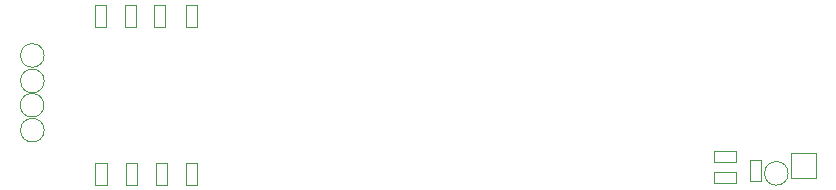
<source format=gbr>
%TF.GenerationSoftware,KiCad,Pcbnew,8.0.1*%
%TF.CreationDate,2024-06-02T23:47:43+02:00*%
%TF.ProjectId,Shawn_PCB_Business_card,53686177-6e5f-4504-9342-5f427573696e,rev?*%
%TF.SameCoordinates,Original*%
%TF.FileFunction,Other,User*%
%FSLAX46Y46*%
G04 Gerber Fmt 4.6, Leading zero omitted, Abs format (unit mm)*
G04 Created by KiCad (PCBNEW 8.0.1) date 2024-06-02 23:47:43*
%MOMM*%
%LPD*%
G01*
G04 APERTURE LIST*
%ADD10C,0.050000*%
G04 APERTURE END LIST*
D10*
%TO.C,TP2*%
X112506000Y-88900000D02*
G75*
G02*
X110506000Y-88900000I-1000000J0D01*
G01*
X110506000Y-88900000D02*
G75*
G02*
X112506000Y-88900000I1000000J0D01*
G01*
%TO.C,TP4*%
X112531400Y-91008200D02*
G75*
G02*
X110531400Y-91008200I-1000000J0D01*
G01*
X110531400Y-91008200D02*
G75*
G02*
X112531400Y-91008200I1000000J0D01*
G01*
%TO.C,D1*%
X124523400Y-93761200D02*
X125463400Y-93761200D01*
X124523400Y-95621200D02*
X124523400Y-93761200D01*
X125463400Y-93761200D02*
X125463400Y-95621200D01*
X125463400Y-95621200D02*
X124523400Y-95621200D01*
%TO.C,D4*%
X124548800Y-80403200D02*
X125488800Y-80403200D01*
X124548800Y-82263200D02*
X124548800Y-80403200D01*
X125488800Y-80403200D02*
X125488800Y-82263200D01*
X125488800Y-82263200D02*
X124548800Y-82263200D01*
%TO.C,TP5*%
X112531400Y-84683600D02*
G75*
G02*
X110531400Y-84683600I-1000000J0D01*
G01*
X110531400Y-84683600D02*
G75*
G02*
X112531400Y-84683600I1000000J0D01*
G01*
%TO.C,R5*%
X119392600Y-80422200D02*
X120332600Y-80422200D01*
X119392600Y-82282200D02*
X119392600Y-80422200D01*
X120332600Y-80422200D02*
X120332600Y-82282200D01*
X120332600Y-82282200D02*
X119392600Y-82282200D01*
%TO.C,C1*%
X172310800Y-93527200D02*
X173230800Y-93527200D01*
X172310800Y-95347200D02*
X172310800Y-93527200D01*
X173230800Y-93527200D02*
X173230800Y-95347200D01*
X173230800Y-95347200D02*
X172310800Y-95347200D01*
%TO.C,R3*%
X121983400Y-93761200D02*
X122923400Y-93761200D01*
X121983400Y-95621200D02*
X121983400Y-93761200D01*
X122923400Y-93761200D02*
X122923400Y-95621200D01*
X122923400Y-95621200D02*
X121983400Y-95621200D01*
%TO.C,R4*%
X119443400Y-93761200D02*
X120383400Y-93761200D01*
X119443400Y-95621200D02*
X119443400Y-93761200D01*
X120383400Y-93761200D02*
X120383400Y-95621200D01*
X120383400Y-95621200D02*
X119443400Y-95621200D01*
%TO.C,R2*%
X169222600Y-92748000D02*
X171082600Y-92748000D01*
X169222600Y-93688000D02*
X169222600Y-92748000D01*
X171082600Y-92748000D02*
X171082600Y-93688000D01*
X171082600Y-93688000D02*
X169222600Y-93688000D01*
%TO.C,D2*%
X116878000Y-93761200D02*
X117818000Y-93761200D01*
X116878000Y-95621200D02*
X116878000Y-93761200D01*
X117818000Y-93761200D02*
X117818000Y-95621200D01*
X117818000Y-95621200D02*
X116878000Y-95621200D01*
%TO.C,TP1*%
X112531400Y-86842601D02*
G75*
G02*
X110531400Y-86842601I-1000000J0D01*
G01*
X110531400Y-86842601D02*
G75*
G02*
X112531400Y-86842601I1000000J0D01*
G01*
%TO.C,R6*%
X121831000Y-80398800D02*
X122771000Y-80398800D01*
X121831000Y-82258800D02*
X121831000Y-80398800D01*
X122771000Y-80398800D02*
X122771000Y-82258800D01*
X122771000Y-82258800D02*
X121831000Y-82258800D01*
%TO.C,D3*%
X116852601Y-80433701D02*
X117792601Y-80433701D01*
X116852601Y-82293701D02*
X116852601Y-80433701D01*
X117792601Y-80433701D02*
X117792601Y-82293701D01*
X117792601Y-82293701D02*
X116852601Y-82293701D01*
%TO.C,TP3*%
X175523400Y-94665800D02*
G75*
G02*
X173523400Y-94665800I-1000000J0D01*
G01*
X173523400Y-94665800D02*
G75*
G02*
X175523400Y-94665800I1000000J0D01*
G01*
%TO.C,U1*%
X175759800Y-92938355D02*
X177909800Y-92938355D01*
X175759800Y-95088355D02*
X175759800Y-92938355D01*
X177909800Y-92938355D02*
X177909800Y-95088355D01*
X177909800Y-95088355D02*
X175759800Y-95088355D01*
%TO.C,R1*%
X169224600Y-94526000D02*
X171084600Y-94526000D01*
X169224600Y-95466000D02*
X169224600Y-94526000D01*
X171084600Y-94526000D02*
X171084600Y-95466000D01*
X171084600Y-95466000D02*
X169224600Y-95466000D01*
%TD*%
M02*

</source>
